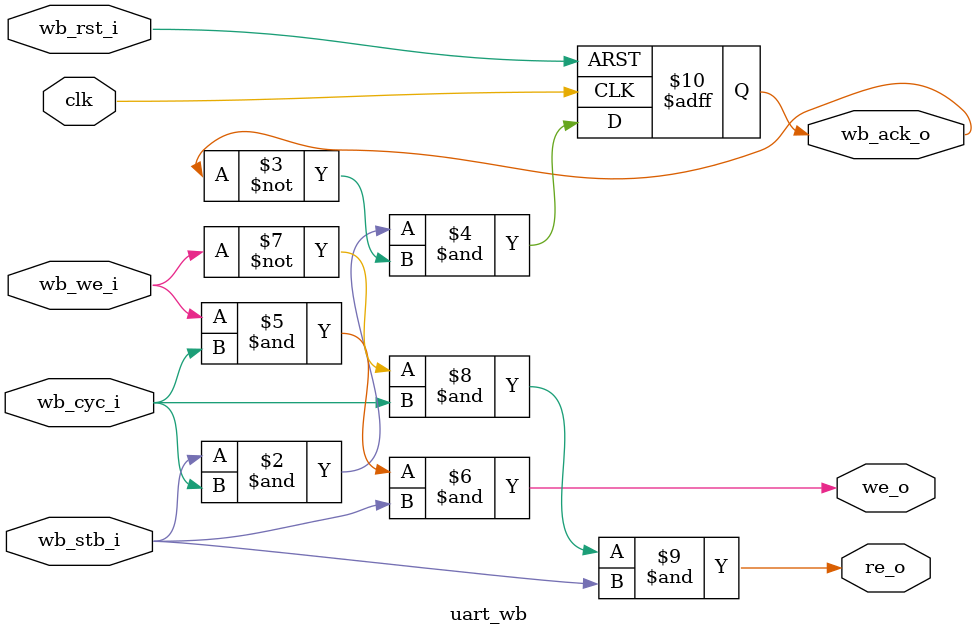
<source format=v>


// UART core WISHBONE interface 
//
// Author: Jacob Gorban   (jacob.gorban@flextronicssemi.com)
// Company: Flextronics Semiconductor
//

`include "timescale.v"

module uart_wb (clk,
        wb_rst_i, 
	wb_we_i, wb_stb_i, wb_cyc_i, wb_ack_o,
	we_o, re_o // Write and read enable output for the core
	
        );

input				clk;

// WISHBONE interface	
input				wb_rst_i;
input				wb_we_i;
input				wb_stb_i;
input				wb_cyc_i;
output				wb_ack_o;
output				we_o;
output				re_o;

wire				we_o;
reg				wb_ack_o;

always @(posedge clk or posedge wb_rst_i)
begin
	if (wb_rst_i)
	begin
		wb_ack_o <= #1 1'b0;
	end
	else
	begin
//		wb_ack_o <= #1 wb_stb_i & wb_cyc_i; // 1 clock wait state on all transfers
		wb_ack_o <= #1 wb_stb_i & wb_cyc_i & ~wb_ack_o; // 1 clock wait state on all transfers
	end
end

assign we_o =  wb_we_i & wb_cyc_i & wb_stb_i; //WE for registers	
assign re_o = ~wb_we_i & wb_cyc_i & wb_stb_i; //RE for registers	

endmodule

</source>
